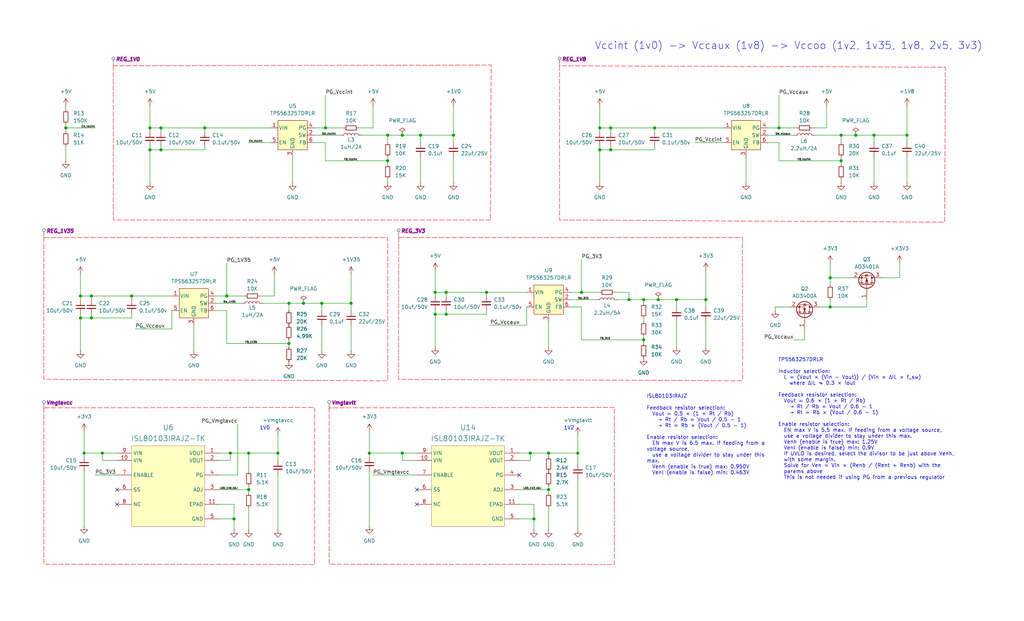
<source format=kicad_sch>
(kicad_sch (version 20250114) (generator "eeschema") (generator_version "9.0")
  (paper "USLegal")
  (title_block (title "Power Regulation"))
  (text "Vccint (1v0) -> Vccaux (1v8) -> Vccoo (1v2, 1v35, 1v8, 2v5, 3v3) " (at 274.828 16.002 0) (effects (font (size 2.54 2.54))))
  (text "1V2" (at 197.612 148.844 0) (effects (font (size 1.27 1.27))))
  (text "1V0" (at 91.948 148.844 0) (effects (font (size 1.27 1.27))))
  (text_box "TPS563257DRLR\n\nInductor selection:\n  L = (Vout × (Vin - Vout)) / (Vin × ΔIL × f_sw)\n    where ΔIL ≈ 0.3 × Iout\n\nFeedback resistor selection:\n  Vout = 0.6 × (1 + Rt / Rb)\n    → Rt / Rb = Vout / 0.6 - 1\n    → Rt = Rb × (Vout / 0.6 - 1)\n\nEnable resistor selection:\n  EN max V is 5.5 max. If feeding from a voltage source, \n  use a voltage divider to stay under this max.\n  Venh (enable is true) max: 1.25V\n  Venl (enable is false) min: 0.9V\n  If UVLO is desired, select the divisor to be just above Venh, \n  with some margin.\n  Solve for Ven = Vin × (Renb / (Rent + Renb) with the \n  params above\n  This is not needed if using PG from a previous regulator" (at 269.24 123.19 0) (size 72.39 40.64) (margins 0.9525 0.9525 0.9525 0.9525) (stroke (width -0.0001)) (effects (font (size 1.27 1.27)) (justify left top)))
  (text_box "ISL80103IRAJZ\n\nFeedback resistor selection:\n  Vout = 0.5 × (1 + Rt / Rb)\n    → Rt / Rb = Vout / 0.5 - 1\n    → Rt = Rb × (Vout / 0.5 - 1)\n\nEnable resistor selection:\n  EN max V is 6.5 max. If feeding from a voltage source, \n  use a voltage divider to stay under this max.\n  Venh (enable is true) max: 0.950V\n  Venl (enable is false) min: 0.463V" (at 223.52 135.89 0) (size 44.45 30.48) (margins 0.9525 0.9525 0.9525 0.9525) (stroke (width -0.0001)) (effects (font (size 1.27 1.27)) (justify left top)))
  (junction (at 31.75 110.49))
  (junction (at 208.28 52.07))
  (junction (at 96.52 157.48))
  (junction (at 292.1 46.99))
  (junction (at 27.94 102.87))
  (junction (at 190.5 170.18))
  (junction (at 157.48 46.99))
  (junction (at 55.88 52.07))
  (junction (at 151.13 109.22))
  (junction (at 288.29 106.68))
  (junction (at 208.28 44.45))
  (junction (at 52.07 52.07))
  (junction (at 113.03 44.45))
  (junction (at 55.88 44.45))
  (junction (at 185.42 180.34))
  (junction (at 139.7 157.48))
  (junction (at 223.52 118.11))
  (junction (at 234.95 104.14))
  (junction (at 31.75 102.87))
  (junction (at 121.92 105.41))
  (junction (at 270.51 44.45))
  (junction (at 22.86 44.45))
  (junction (at 168.91 101.6))
  (junction (at 100.33 119.38))
  (junction (at 151.13 101.6))
  (junction (at 218.44 104.14))
  (junction (at 105.41 105.41))
  (junction (at 228.6 104.14))
  (junction (at 184.15 157.48))
  (junction (at 111.76 105.41))
  (junction (at 245.11 104.14))
  (junction (at 35.56 157.48))
  (junction (at 29.21 157.48))
  (junction (at 227.33 44.45))
  (junction (at 27.94 110.49))
  (junction (at 200.66 157.48))
  (junction (at 81.28 180.34))
  (junction (at 201.93 101.6))
  (junction (at 297.18 46.99))
  (junction (at 100.33 105.41))
  (junction (at 314.96 46.99))
  (junction (at 86.36 170.18))
  (junction (at 45.72 102.87))
  (junction (at 154.94 101.6))
  (junction (at 212.09 44.45))
  (junction (at 303.53 46.99))
  (junction (at 80.01 157.48))
  (junction (at 154.94 109.22))
  (junction (at 86.36 157.48))
  (junction (at 212.09 52.07))
  (junction (at 223.52 104.14))
  (junction (at 292.1 55.88))
  (junction (at 190.5 157.48))
  (junction (at 52.07 44.45))
  (junction (at 146.05 46.99))
  (junction (at 134.62 46.99))
  (junction (at 139.7 46.99))
  (junction (at 71.12 44.45))
  (junction (at 288.29 96.52))
  (junction (at 128.27 157.48))
  (junction (at 134.62 55.88))
  (junction (at 78.74 102.87))
  (no_connect (at 144.78 170.18))
  (no_connect (at 144.78 175.26))
  (no_connect (at 40.64 170.18))
  (no_connect (at 180.34 165.1))
  (no_connect (at 40.64 175.26))
  (wire (pts (xy 314.96 54.61) (xy 314.96 63.5)))
  (wire (pts (xy 146.05 46.99) (xy 146.05 49.53)))
  (wire (pts (xy 67.31 113.03) (xy 67.31 121.92)))
  (wire (pts (xy 22.86 43.18) (xy 22.86 44.45)))
  (wire (pts (xy 151.13 93.98) (xy 151.13 101.6)))
  (wire (pts (xy 113.03 44.45) (xy 119.38 44.45)))
  (wire (pts (xy 157.48 54.61) (xy 157.48 63.5)))
  (wire (pts (xy 157.48 36.83) (xy 157.48 46.99)))
  (wire (pts (xy 212.09 50.8) (xy 212.09 52.07)))
  (wire (pts (xy 201.93 101.6) (xy 208.28 101.6)))
  (wire (pts (xy 190.5 168.91) (xy 190.5 170.18)))
  (wire (pts (xy 134.62 54.61) (xy 134.62 55.88)))
  (wire (pts (xy 76.2 157.48) (xy 80.01 157.48)))
  (wire (pts (xy 55.88 50.8) (xy 55.88 52.07)))
  (wire (pts (xy 31.75 110.49) (xy 45.72 110.49)))
  (wire (pts (xy 201.93 90.17) (xy 201.93 101.6)))
  (wire (pts (xy 198.12 104.14) (xy 207.01 104.14)))
  (wire (pts (xy 288.29 96.52) (xy 295.91 96.52)))
  (wire (pts (xy 91.44 105.41) (xy 100.33 105.41)))
  (wire (pts (xy 74.93 105.41) (xy 83.82 105.41)))
  (wire (pts (xy 287.02 36.83) (xy 287.02 44.45)))
  (wire (pts (xy 218.44 101.6) (xy 218.44 104.14)))
  (wire (pts (xy 303.53 46.99) (xy 303.53 49.53)))
  (wire (pts (xy 223.52 118.11) (xy 223.52 119.38)))
  (wire (pts (xy 40.64 157.48) (xy 35.56 157.48)))
  (wire (pts (xy 105.41 105.41) (xy 111.76 105.41)))
  (wire (pts (xy 134.62 46.99) (xy 134.62 49.53)))
  (wire (pts (xy 82.55 147.32) (xy 82.55 165.1)))
  (wire (pts (xy 86.36 49.53) (xy 93.98 49.53)))
  (wire (pts (xy 71.12 50.8) (xy 71.12 52.07)))
  (wire (pts (xy 52.07 45.72) (xy 52.07 44.45)))
  (wire (pts (xy 139.7 157.48) (xy 139.7 160.02)))
  (wire (pts (xy 22.86 44.45) (xy 33.02 44.45)))
  (wire (pts (xy 212.09 44.45) (xy 212.09 45.72)))
  (wire (pts (xy 227.33 45.72) (xy 227.33 44.45)))
  (wire (pts (xy 78.74 107.95) (xy 78.74 119.38)))
  (wire (pts (xy 80.01 157.48) (xy 86.36 157.48)))
  (wire (pts (xy 184.15 157.48) (xy 184.15 160.02)))
  (wire (pts (xy 134.62 55.88) (xy 134.62 57.15)))
  (wire (pts (xy 279.4 118.11) (xy 275.59 118.11)))
  (wire (pts (xy 139.7 46.99) (xy 146.05 46.99)))
  (wire (pts (xy 76.2 180.34) (xy 81.28 180.34)))
  (wire (pts (xy 128.27 157.48) (xy 139.7 157.48)))
  (wire (pts (xy 78.74 91.44) (xy 78.74 102.87)))
  (wire (pts (xy 90.17 102.87) (xy 95.25 102.87)))
  (wire (pts (xy 81.28 180.34) (xy 81.28 184.15)))
  (wire (pts (xy 201.93 106.68) (xy 201.93 118.11)))
  (wire (pts (xy 76.2 175.26) (xy 81.28 175.26)))
  (wire (pts (xy 100.33 105.41) (xy 105.41 105.41)))
  (wire (pts (xy 228.6 104.14) (xy 234.95 104.14)))
  (wire (pts (xy 312.42 91.44) (xy 312.42 96.52)))
  (wire (pts (xy 29.21 158.75) (xy 29.21 157.48)))
  (wire (pts (xy 201.93 118.11) (xy 223.52 118.11)))
  (wire (pts (xy 180.34 157.48) (xy 184.15 157.48)))
  (wire (pts (xy 185.42 175.26) (xy 185.42 180.34)))
  (wire (pts (xy 128.27 158.75) (xy 128.27 157.48)))
  (wire (pts (xy 151.13 102.87) (xy 151.13 101.6)))
  (wire (pts (xy 128.27 149.86) (xy 128.27 157.48)))
  (wire (pts (xy 157.48 46.99) (xy 146.05 46.99)))
  (wire (pts (xy 80.01 160.02) (xy 76.2 160.02)))
  (wire (pts (xy 121.92 95.25) (xy 121.92 105.41)))
  (wire (pts (xy 223.52 104.14) (xy 228.6 104.14)))
  (wire (pts (xy 29.21 157.48) (xy 35.56 157.48)))
  (wire (pts (xy 134.62 62.23) (xy 134.62 63.5)))
  (wire (pts (xy 168.91 101.6) (xy 182.88 101.6)))
  (wire (pts (xy 283.21 46.99) (xy 292.1 46.99)))
  (wire (pts (xy 86.36 170.18) (xy 86.36 171.45)))
  (wire (pts (xy 269.24 106.68) (xy 269.24 107.95)))
  (wire (pts (xy 29.21 149.86) (xy 29.21 157.48)))
  (wire (pts (xy 22.86 50.8) (xy 22.86 55.88)))
  (wire (pts (xy 180.34 170.18) (xy 190.5 170.18)))
  (wire (pts (xy 35.56 160.02) (xy 40.64 160.02)))
  (wire (pts (xy 80.01 157.48) (xy 80.01 160.02)))
  (wire (pts (xy 288.29 104.14) (xy 288.29 106.68)))
  (wire (pts (xy 234.95 104.14) (xy 234.95 106.68)))
  (wire (pts (xy 59.69 114.3) (xy 46.99 114.3)))
  (wire (pts (xy 284.48 106.68) (xy 288.29 106.68)))
  (wire (pts (xy 223.52 110.49) (xy 223.52 111.76)))
  (wire (pts (xy 59.69 114.3) (xy 59.69 107.95)))
  (wire (pts (xy 78.74 102.87) (xy 85.09 102.87)))
  (wire (pts (xy 113.03 49.53) (xy 109.22 49.53)))
  (wire (pts (xy 288.29 96.52) (xy 288.29 99.06)))
  (wire (pts (xy 266.7 46.99) (xy 275.59 46.99)))
  (wire (pts (xy 182.88 113.03) (xy 182.88 106.68)))
  (wire (pts (xy 154.94 101.6) (xy 154.94 102.87)))
  (wire (pts (xy 297.18 46.99) (xy 303.53 46.99)))
  (wire (pts (xy 113.03 33.02) (xy 113.03 44.45)))
  (wire (pts (xy 121.92 107.95) (xy 121.92 105.41)))
  (wire (pts (xy 31.75 102.87) (xy 31.75 104.14)))
  (wire (pts (xy 86.36 168.91) (xy 86.36 170.18)))
  (wire (pts (xy 227.33 50.8) (xy 227.33 52.07)))
  (wire (pts (xy 113.03 55.88) (xy 113.03 49.53)))
  (wire (pts (xy 208.28 52.07) (xy 212.09 52.07)))
  (wire (pts (xy 146.05 54.61) (xy 146.05 63.5)))
  (wire (pts (xy 144.78 157.48) (xy 139.7 157.48)))
  (wire (pts (xy 292.1 55.88) (xy 292.1 57.15)))
  (wire (pts (xy 52.07 36.83) (xy 52.07 44.45)))
  (wire (pts (xy 190.5 157.48) (xy 200.66 157.48)))
  (wire (pts (xy 314.96 49.53) (xy 314.96 46.99)))
  (wire (pts (xy 52.07 52.07) (xy 55.88 52.07)))
  (wire (pts (xy 190.5 171.45) (xy 190.5 170.18)))
  (wire (pts (xy 184.15 160.02) (xy 180.34 160.02)))
  (wire (pts (xy 151.13 101.6) (xy 154.94 101.6)))
  (wire (pts (xy 40.64 165.1) (xy 33.02 165.1)))
  (wire (pts (xy 180.34 180.34) (xy 185.42 180.34)))
  (wire (pts (xy 154.94 107.95) (xy 154.94 109.22)))
  (wire (pts (xy 111.76 113.03) (xy 111.76 121.92)))
  (wire (pts (xy 86.36 157.48) (xy 96.52 157.48)))
  (wire (pts (xy 190.5 111.76) (xy 190.5 120.65)))
  (wire (pts (xy 292.1 46.99) (xy 292.1 49.53)))
  (wire (pts (xy 234.95 111.76) (xy 234.95 120.65)))
  (wire (pts (xy 245.11 104.14) (xy 234.95 104.14)))
  (wire (pts (xy 22.86 38.1) (xy 22.86 36.83)))
  (wire (pts (xy 218.44 104.14) (xy 223.52 104.14)))
  (wire (pts (xy 100.33 105.41) (xy 100.33 107.95)))
  (wire (pts (xy 190.5 176.53) (xy 190.5 184.15)))
  (wire (pts (xy 270.51 49.53) (xy 266.7 49.53)))
  (wire (pts (xy 27.94 110.49) (xy 27.94 121.92)))
  (wire (pts (xy 55.88 44.45) (xy 55.88 45.72)))
  (wire (pts (xy 45.72 104.14) (xy 45.72 102.87)))
  (wire (pts (xy 208.28 52.07) (xy 208.28 50.8)))
  (wire (pts (xy 182.88 113.03) (xy 170.18 113.03)))
  (wire (pts (xy 31.75 109.22) (xy 31.75 110.49)))
  (wire (pts (xy 76.2 170.18) (xy 86.36 170.18)))
  (wire (pts (xy 55.88 44.45) (xy 71.12 44.45)))
  (wire (pts (xy 100.33 119.38) (xy 100.33 120.65)))
  (wire (pts (xy 266.7 44.45) (xy 270.51 44.45)))
  (wire (pts (xy 270.51 55.88) (xy 292.1 55.88)))
  (wire (pts (xy 190.5 157.48) (xy 190.5 158.75)))
  (wire (pts (xy 121.92 113.03) (xy 121.92 121.92)))
  (wire (pts (xy 134.62 46.99) (xy 139.7 46.99)))
  (wire (pts (xy 200.66 166.37) (xy 200.66 184.15)))
  (wire (pts (xy 214.63 104.14) (xy 218.44 104.14)))
  (wire (pts (xy 55.88 52.07) (xy 71.12 52.07)))
  (wire (pts (xy 27.94 95.25) (xy 27.94 102.87)))
  (wire (pts (xy 185.42 180.34) (xy 185.42 184.15)))
  (wire (pts (xy 292.1 54.61) (xy 292.1 55.88)))
  (wire (pts (xy 109.22 46.99) (xy 118.11 46.99)))
  (wire (pts (xy 151.13 109.22) (xy 151.13 120.65)))
  (wire (pts (xy 154.94 109.22) (xy 168.91 109.22)))
  (wire (pts (xy 168.91 102.87) (xy 168.91 101.6)))
  (wire (pts (xy 31.75 102.87) (xy 45.72 102.87)))
  (wire (pts (xy 71.12 45.72) (xy 71.12 44.45)))
  (wire (pts (xy 96.52 157.48) (xy 96.52 160.02)))
  (wire (pts (xy 113.03 55.88) (xy 134.62 55.88)))
  (wire (pts (xy 139.7 160.02) (xy 144.78 160.02)))
  (wire (pts (xy 27.94 110.49) (xy 27.94 109.22)))
  (wire (pts (xy 227.33 44.45) (xy 251.46 44.45)))
  (wire (pts (xy 144.78 165.1) (xy 129.54 165.1)))
  (wire (pts (xy 245.11 106.68) (xy 245.11 104.14)))
  (wire (pts (xy 52.07 44.45) (xy 55.88 44.45)))
  (wire (pts (xy 212.09 44.45) (xy 227.33 44.45)))
  (wire (pts (xy 76.2 165.1) (xy 82.55 165.1)))
  (wire (pts (xy 212.09 52.07) (xy 227.33 52.07)))
  (wire (pts (xy 314.96 46.99) (xy 303.53 46.99)))
  (wire (pts (xy 208.28 45.72) (xy 208.28 44.45)))
  (wire (pts (xy 128.27 163.83) (xy 128.27 182.88)))
  (wire (pts (xy 27.94 110.49) (xy 31.75 110.49)))
  (wire (pts (xy 270.51 44.45) (xy 276.86 44.45)))
  (wire (pts (xy 306.07 96.52) (xy 312.42 96.52)))
  (wire (pts (xy 96.52 151.13) (xy 96.52 157.48)))
  (wire (pts (xy 86.36 157.48) (xy 86.36 163.83)))
  (wire (pts (xy 157.48 49.53) (xy 157.48 46.99)))
  (wire (pts (xy 121.92 105.41) (xy 111.76 105.41)))
  (wire (pts (xy 71.12 44.45) (xy 93.98 44.45)))
  (wire (pts (xy 300.99 106.68) (xy 300.99 104.14)))
  (wire (pts (xy 279.4 114.3) (xy 279.4 118.11)))
  (wire (pts (xy 86.36 176.53) (xy 86.36 184.15)))
  (wire (pts (xy 96.52 165.1) (xy 96.52 184.15)))
  (wire (pts (xy 200.66 151.13) (xy 200.66 157.48)))
  (wire (pts (xy 29.21 163.83) (xy 29.21 182.88)))
  (wire (pts (xy 213.36 101.6) (xy 218.44 101.6)))
  (wire (pts (xy 245.11 111.76) (xy 245.11 120.65)))
  (wire (pts (xy 129.54 36.83) (xy 129.54 44.45)))
  (wire (pts (xy 52.07 52.07) (xy 52.07 50.8)))
  (wire (pts (xy 45.72 102.87) (xy 59.69 102.87)))
  (wire (pts (xy 184.15 157.48) (xy 190.5 157.48)))
  (wire (pts (xy 45.72 109.22) (xy 45.72 110.49)))
  (wire (pts (xy 288.29 106.68) (xy 300.99 106.68)))
  (wire (pts (xy 259.08 54.61) (xy 259.08 63.5)))
  (wire (pts (xy 78.74 119.38) (xy 100.33 119.38)))
  (wire (pts (xy 151.13 109.22) (xy 151.13 107.95)))
  (wire (pts (xy 125.73 46.99) (xy 134.62 46.99)))
  (wire (pts (xy 208.28 52.07) (xy 208.28 63.5)))
  (wire (pts (xy 180.34 175.26) (xy 185.42 175.26)))
  (wire (pts (xy 78.74 107.95) (xy 74.93 107.95)))
  (wire (pts (xy 151.13 109.22) (xy 154.94 109.22)))
  (wire (pts (xy 95.25 95.25) (xy 95.25 102.87)))
  (wire (pts (xy 270.51 49.53) (xy 270.51 55.88)))
  (wire (pts (xy 52.07 52.07) (xy 52.07 63.5)))
  (wire (pts (xy 208.28 36.83) (xy 208.28 44.45)))
  (wire (pts (xy 208.28 44.45) (xy 212.09 44.45)))
  (wire (pts (xy 223.52 104.14) (xy 223.52 105.41)))
  (wire (pts (xy 74.93 102.87) (xy 78.74 102.87)))
  (wire (pts (xy 198.12 101.6) (xy 201.93 101.6)))
  (wire (pts (xy 35.56 157.48) (xy 35.56 160.02)))
  (wire (pts (xy 81.28 175.26) (xy 81.28 180.34)))
  (wire (pts (xy 251.46 49.53) (xy 241.3 49.53)))
  (wire (pts (xy 245.11 93.98) (xy 245.11 104.14)))
  (wire (pts (xy 109.22 44.45) (xy 113.03 44.45)))
  (wire (pts (xy 101.6 54.61) (xy 101.6 63.5)))
  (wire (pts (xy 292.1 46.99) (xy 297.18 46.99)))
  (wire (pts (xy 154.94 101.6) (xy 168.91 101.6)))
  (wire (pts (xy 27.94 102.87) (xy 31.75 102.87)))
  (wire (pts (xy 292.1 62.23) (xy 292.1 63.5)))
  (wire (pts (xy 314.96 36.83) (xy 314.96 46.99)))
  (wire (pts (xy 288.29 91.44) (xy 288.29 96.52)))
  (wire (pts (xy 200.66 157.48) (xy 200.66 161.29)))
  (wire (pts (xy 124.46 44.45) (xy 129.54 44.45)))
  (wire (pts (xy 281.94 44.45) (xy 287.02 44.45)))
  (wire (pts (xy 168.91 107.95) (xy 168.91 109.22)))
  (wire (pts (xy 274.32 106.68) (xy 269.24 106.68)))
  (wire (pts (xy 201.93 106.68) (xy 198.12 106.68)))
  (wire (pts (xy 22.86 45.72) (xy 22.86 44.45)))
  (wire (pts (xy 111.76 105.41) (xy 111.76 107.95)))
  (wire (pts (xy 27.94 104.14) (xy 27.94 102.87)))
  (wire (pts (xy 303.53 54.61) (xy 303.53 63.5)))
  (wire (pts (xy 100.33 118.11) (xy 100.33 119.38)))
  (wire (pts (xy 270.51 33.02) (xy 270.51 44.45)))
  (wire (pts (xy 223.52 116.84) (xy 223.52 118.11)))
  (label "PG_Vccint" (at 113.03 33.02 0))
  (label "PG_Vccaux" (at 270.51 33.02 0))
  (label "SW_3V3" (at 200.66 104.14 0) (effects (font (size 0.635 0.635))))
  (label "PG_1V35" (at 78.74 91.44 0))
  (label "PG_Vmgtavcc" (at 129.54 165.1 0))
  (label "PG_3V3" (at 201.93 90.17 0))
  (label "EN_Vccint" (at 86.36 49.53 0) (effects (font (size 0.635 0.635))))
  (label "SW_1V35" (at 77.47 105.41 0) (effects (font (size 0.635 0.635))))
  (label "PG_3V3" (at 33.02 165.1 0))
  (label "FB_Vccint" (at 276.86 55.88 0) (effects (font (size 0.635 0.635))))
  (label "LDO_1V2_ADJ" (at 181.61 170.18 0) (effects (font (size 0.635 0.635))))
  (label "PG_Vmgtavcc" (at 82.55 147.32 180))
  (label "FB_Vccint" (at 119.38 55.88 0) (effects (font (size 0.635 0.635))))
  (label "LDO_1V0_ADJ" (at 76.2 170.18 0) (effects (font (size 0.635 0.635))))
  (label "FB_1V35" (at 85.09 119.38 0) (effects (font (size 0.635 0.635))))
  (label "SW_Vccaux" (at 269.24 46.99 0) (effects (font (size 0.635 0.635))))
  (label "SW_Vccint" (at 111.76 46.99 0) (effects (font (size 0.635 0.635))))
  (label "FB_3V3" (at 208.28 118.11 0) (effects (font (size 0.635 0.635))))
  (label "EN_Vccint" (at 33.02 44.45 180) (effects (font (size 0.635 0.635))))
  (label "PG_Vccint" (at 241.3 49.53 0))
  (label "PG_Vccaux" (at 46.99 114.3 0))
  (label "PG_Vccaux" (at 275.59 118.11 180))
  (label "PG_Vccaux" (at 170.18 113.03 0))
  (rule_area (polyline (pts (xy 114.3 141.732) (xy 114.3 196.088) (xy 213.36 196.215) (xy 213.36 141.605)) (stroke (width 0) (type dash))))
  (rule_area (polyline (pts (xy 194.31 22.86) (xy 194.31 76.454) (xy 328.041 77.216) (xy 328.295 23.368)) (stroke (width 0) (type dash))))
  (rule_area (polyline (pts (xy 15.24 141.732) (xy 15.24 196.088) (xy 109.22 196.215) (xy 109.22 141.605)) (stroke (width 0) (type dash))))
  (rule_area (polyline (pts (xy 138.43 82.55) (xy 138.3665 131.826) (xy 257.8735 132.334) (xy 257.81 82.55)) (stroke (width 0) (type dash))))
  (rule_area (polyline (pts (xy 39.37 22.86) (xy 39.37 76.454) (xy 170.307 76.454) (xy 170.561 22.606)) (stroke (width 0) (type dash))))
  (rule_area (polyline (pts (xy 15.24 82.55) (xy 15.1765 131.826) (xy 134.6835 132.334) (xy 134.62 82.55)) (stroke (width 0) (type dash))))
  (netclass_flag "" (length 2.54) (shape round) (at 15.24 82.55 0) (property "Netclass" "Default" (effects (hide yes))) (property "Component Class" "REG_1V35" (at 16.002 80.264 0) (effects (font (thickness 0.508) (bold yes) (italic yes)) (justify left))))
  (netclass_flag "" (length 2.54) (shape round) (at 114.3 142.24 0) (property "Netclass" "Default" (effects (hide yes))) (property "Component Class" "Vmgtavtt" (at 115.062 139.954 0) (effects (font (thickness 0.508) (bold yes) (italic yes)) (justify left))))
  (netclass_flag "" (length 2.54) (shape round) (at 138.43 82.55 0) (property "Netclass" "Default" (effects (hide yes))) (property "Component Class" "REG_3V3" (at 139.192 80.264 0) (effects (font (thickness 0.508) (bold yes) (italic yes)) (justify left))))
  (netclass_flag "" (length 2.54) (shape round) (at 194.31 22.86 0) (property "Netclass" "Default" (effects (hide yes))) (property "Component Class" "REG_1V8" (at 195.072 20.574 0) (effects (font (thickness 0.508) (bold yes) (italic yes)) (justify left))))
  (netclass_flag "" (length 2.54) (shape round) (at 39.37 22.86 0) (property "Netclass" "Default" (effects (hide yes))) (property "Component Class" "REG_1V0" (at 40.132 20.574 0) (effects (font (thickness 0.508) (bold yes) (italic yes)) (justify left))))
  (netclass_flag "" (length 2.54) (shape round) (at 15.24 142.24 0) (property "Netclass" "Default" (effects (hide yes))) (property "Component Class" "Vmgtavcc" (at 16.002 139.954 0) (effects (font (thickness 0.508) (bold yes) (italic yes)) (justify left))))
  (symbol (lib_id "power:GND") (at 303.53 63.5 0) (unit 1)
    (property "Reference" "#PWR054" (effects (hide yes)))
    (property "Value" "GND" (at 303.53 68.58 0))
    (property "Description" "Power symbol creates a global label with name \"GND\" , ground" (effects (hide yes)))
  )
  (symbol (lib_id "power:GND") (at 208.28 63.5 0) (unit 1)
    (property "Reference" "#PWR041" (effects (hide yes)))
    (property "Value" "GND" (at 208.28 68.58 0))
    (property "Description" "Power symbol creates a global label with name \"GND\" , ground" (effects (hide yes)))
  )
  (symbol (lib_id "!Misc:R_2.4K_0603") (at 190.5 161.29 0) (unit 1)
    (property "Reference" "R12" (at 193.04 160.0199 0) (effects (justify left)))
    (property "Value" "2.4K" (at 193.04 162.5599 0) (effects (justify left)))
    (property "Footprint" "Resistor_SMD:R_0603_1608Metric" (effects (hide yes)))
    (property "Description" "2.4K 0603 Resistor" (effects (hide yes)))
    (property "LCSC Part #" "C22940" (effects (hide yes)))
    (property "Digi-Key Part Number" "CR0603-FX-2401ELFCT-ND" (effects (hide yes)))
  )
  (symbol (lib_id "power:+1V0") (at 245.11 93.98 0) (unit 1)
    (property "Reference" "#PWR056" (effects (hide yes)))
    (property "Value" "+3V3" (at 245.11 88.9 0))
    (property "Description" "Power symbol creates a global label with name \"+1V0\"" (effects (hide yes)))
  )
  (symbol (lib_id "power:GND") (at 190.5 184.15 0) (unit 1)
    (property "Reference" "#PWR084" (effects (hide yes)))
    (property "Value" "GND" (at 190.5 189.23 0))
    (property "Description" "Power symbol creates a global label with name \"GND\" , ground" (effects (hide yes)))
  )
  (symbol (lib_id "!Misc:C_10uf_0805") (at 200.66 163.83 0) (unit 1)
    (property "Reference" "C17" (at 203.2 162.5662 0) (effects (justify left)))
    (property "Value" "10uf/50V" (at 203.2 165.1062 0) (effects (justify left)))
    (property "Footprint" "Capacitor_SMD:C_0805_2012Metric" (effects (hide yes)))
    (property "Description" "Unpolarized capacitor 10uf 0805 50V" (effects (hide yes)))
    (property "LCSC Part #" "C440198" (effects (hide yes)))
    (property "Digi-Key Part Number" "490-18663-1-ND" (effects (hide yes)))
  )
  (symbol (lib_id "power:GND") (at 292.1 63.5 0) (unit 1)
    (property "Reference" "#PWR052" (effects (hide yes)))
    (property "Value" "GND" (at 292.1 68.58 0))
    (property "Description" "Power symbol creates a global label with name \"GND\" , ground" (effects (hide yes)))
  )
  (symbol (lib_id "!Misc:C_10uf_0805") (at 31.75 106.68 0) (unit 1)
    (property "Reference" "C22" (at 34.29 105.4162 0) (effects (justify left)))
    (property "Value" "10uf/50V" (at 34.29 107.9562 0) (effects (justify left)))
    (property "Footprint" "Capacitor_SMD:C_0805_2012Metric" (effects (hide yes)))
    (property "Description" "Unpolarized capacitor 10uf 0805 50V" (effects (hide yes)))
    (property "LCSC Part #" "C440198" (effects (hide yes)))
    (property "Digi-Key Part Number" "490-18663-1-ND" (effects (hide yes)))
  )
  (symbol (lib_id "!Misc:R_10K_0603") (at 134.62 52.07 0) (unit 1)
    (property "Reference" "R19" (at 137.16 50.7999 0) (effects (justify left)))
    (property "Value" "10K" (at 137.16 53.3399 0) (effects (justify left)))
    (property "Footprint" "Resistor_SMD:R_0603_1608Metric" (effects (hide yes)))
    (property "Description" "10K 0603 Resistor" (effects (hide yes)))
    (property "LCSC Part #" "C25804" (effects (hide yes)))
    (property "Digi-Key Part Number" "CR0603-FX-1002ELFCT-ND" (effects (hide yes)))
  )
  (symbol (lib_id "power:+5V") (at 151.13 93.98 0) (unit 1)
    (property "Reference" "#PWR043" (effects (hide yes)))
    (property "Value" "+5V" (at 151.13 88.9 0))
    (property "Description" "Power symbol creates a global label with name \"+5V\"" (effects (hide yes)))
  )
  (symbol (lib_id "!Misc:AO3401A") (at 300.99 99.06 270) (mirror x) (unit 1)
    (property "Reference" "Q3" (at 300.99 90.17 90))
    (property "Value" "AO3401A" (at 300.99 92.71 90))
    (property "Footprint" "Package_TO_SOT_SMD:SOT-23" (effects (hide yes)))
    (property "Datasheet" "http://www.aosmd.com/pdfs/datasheet/AO3401A.pdf" (effects (hide yes)))
    (property "Description" "-4.0A Id, -30V Vds, P-Channel MOSFET, SOT-23" (effects (hide yes)))
    (property "LCSC Part #" "C15127" (effects (hide yes)))
    (property "Digi-Key Part Number" "785-1001-1-ND" (effects (hide yes)))
  )
  (symbol (lib_id "!Misc:R_20K_0603") (at 100.33 123.19 0) (unit 1)
    (property "Reference" "R27" (at 102.87 121.9199 0) (effects (justify left)))
    (property "Value" "20K" (at 102.87 124.4599 0) (effects (justify left)))
    (property "Footprint" "Resistor_SMD:R_0603_1608Metric" (effects (hide yes)))
    (property "Description" "20K 0603 Resistor" (effects (hide yes)))
    (property "LCSC Part #" "C4184" (effects (hide yes)))
    (property "Digi-Key Part Number" "CR0603-FX-2002ELFCT-ND" (effects (hide yes)))
  )
  (symbol (lib_id "!Misc:L_2.2uh_3A") (at 279.4 46.99 90) (unit 1)
    (property "Reference" "L6" (at 279.146 49.022 90))
    (property "Value" "2.2uH/2A" (at 279.146 51.562 90))
    (property "Footprint" "Inductor_SMD:L_1008_2520Metric" (effects (hide yes)))
    (property "Description" "Inductor 2.2nH >3A" (effects (hide yes)))
    (property "LCSC Part #" "C576403" (effects (hide yes)))
    (property "Digi-Key Part Number" "490-13055-1-ND" (effects (hide yes)))
  )
  (symbol (lib_id "!Misc:C_10uf_0805") (at 55.88 48.26 0) (unit 1)
    (property "Reference" "C12" (at 58.42 46.9962 0) (effects (justify left)))
    (property "Value" "10uf/50V" (at 58.42 49.5362 0) (effects (justify left)))
    (property "Footprint" "Capacitor_SMD:C_0805_2012Metric" (effects (hide yes)))
    (property "Description" "Unpolarized capacitor 10uf 0805 50V" (effects (hide yes)))
    (property "LCSC Part #" "C440198" (effects (hide yes)))
    (property "Digi-Key Part Number" "490-18663-1-ND" (effects (hide yes)))
  )
  (symbol (lib_id "power:+1V0") (at 95.25 95.25 0) (unit 1)
    (property "Reference" "#PWR074" (effects (hide yes)))
    (property "Value" "+5V" (at 95.25 90.17 0))
    (property "Description" "Power symbol creates a global label with name \"+1V0\"" (effects (hide yes)))
  )
  (symbol (lib_id "power:GND") (at 96.52 184.15 0) (unit 1)
    (property "Reference" "#PWR075" (effects (hide yes)))
    (property "Value" "GND" (at 96.52 189.23 0))
    (property "Description" "Power symbol creates a global label with name \"GND\" , ground" (effects (hide yes)))
  )
  (symbol (lib_id "!Misc:R_10K_0603") (at 292.1 59.69 0) (unit 1)
    (property "Reference" "R31" (at 294.64 58.4199 0) (effects (justify left)))
    (property "Value" "10K" (at 294.64 60.9599 0) (effects (justify left)))
    (property "Footprint" "Resistor_SMD:R_0603_1608Metric" (effects (hide yes)))
    (property "Description" "10K 0603 Resistor" (effects (hide yes)))
    (property "LCSC Part #" "C25804" (effects (hide yes)))
    (property "Digi-Key Part Number" "CR0603-FX-1002ELFCT-ND" (effects (hide yes)))
  )
  (symbol (lib_id "!Misc:R_10K_0603") (at 223.52 121.92 0) (unit 1)
    (property "Reference" "R34" (at 226.06 120.6499 0) (effects (justify left)))
    (property "Value" "10K" (at 226.06 123.1899 0) (effects (justify left)))
    (property "Footprint" "Resistor_SMD:R_0603_1608Metric" (effects (hide yes)))
    (property "Description" "10K 0603 Resistor" (effects (hide yes)))
    (property "LCSC Part #" "C25804" (effects (hide yes)))
    (property "Digi-Key Part Number" "CR0603-FX-1002ELFCT-ND" (effects (hide yes)))
  )
  (symbol (lib_id "power:+1V0") (at 129.54 36.83 0) (unit 1)
    (property "Reference" "#PWR067" (effects (hide yes)))
    (property "Value" "+5V" (at 129.54 31.75 0))
    (property "Description" "Power symbol creates a global label with name \"+1V0\"" (effects (hide yes)))
  )
  (symbol (lib_id "!Misc:R_4.99K_0603") (at 100.33 115.57 0) (unit 1)
    (property "Reference" "R26" (at 102.87 114.2999 0) (effects (justify left)))
    (property "Value" "4.99K" (at 102.87 116.8399 0) (effects (justify left)))
    (property "Footprint" "Resistor_SMD:R_0603_1608Metric" (effects (hide yes)))
    (property "Description" "4.99K 0603 Resistor" (effects (hide yes)))
    (property "LCSC Part #" "C23046" (effects (hide yes)))
    (property "Digi-Key Part Number" "CR0603-FX-4991ELFCT-ND" (effects (hide yes)))
  )
  (symbol (lib_id "power:GND") (at 121.92 121.92 0) (unit 1)
    (property "Reference" "#PWR047" (effects (hide yes)))
    (property "Value" "GND" (at 121.92 127 0))
    (property "Description" "Power symbol creates a global label with name \"GND\" , ground" (effects (hide yes)))
  )
  (symbol (lib_id "power:GND") (at 67.31 121.92 0) (unit 1)
    (property "Reference" "#PWR039" (effects (hide yes)))
    (property "Value" "GND" (at 67.31 127 0))
    (property "Description" "Power symbol creates a global label with name \"GND\" , ground" (effects (hide yes)))
  )
  (symbol (lib_id "power:PWR_FLAG") (at 228.6 104.14 0) (unit 1)
    (property "Reference" "#FLG010" (effects (hide yes)))
    (property "Value" "PWR_FLAG" (at 228.6 99.06 0))
    (property "Description" "Special symbol for telling ERC where power comes from" (effects (hide yes)))
  )
  (symbol (lib_id "power:GND") (at 86.36 184.15 0) (unit 1)
    (property "Reference" "#PWR077" (effects (hide yes)))
    (property "Value" "GND" (at 86.36 189.23 0))
    (property "Description" "Power symbol creates a global label with name \"GND\" , ground" (effects (hide yes)))
  )
  (symbol (lib_id "!Misc:C_0.1uf_0603") (at 71.12 48.26 0) (unit 1)
    (property "Reference" "C14" (at 73.66 46.9962 0) (effects (justify left)))
    (property "Value" "0.1uf/50v" (at 73.66 49.5362 0) (effects (justify left)))
    (property "Footprint" "Capacitor_SMD:C_0603_1608Metric" (effects (hide yes)))
    (property "Description" "Unpolarized capacitor 0.1uf 0603 50v" (effects (hide yes)))
    (property "LCSC Part #" "C14663" (effects (hide yes)))
    (property "Digi-Key Part Number" "490-5798-1-ND" (effects (hide yes)))
  )
  (symbol (lib_id "!Misc:R_15K_0603") (at 134.62 59.69 0) (unit 1)
    (property "Reference" "R20" (at 137.16 58.4199 0) (effects (justify left)))
    (property "Value" "15K" (at 137.16 60.9599 0) (effects (justify left)))
    (property "Footprint" "Resistor_SMD:R_0603_1608Metric" (effects (hide yes)))
    (property "Description" "15K 0603 Resistor" (effects (hide yes)))
    (property "LCSC Part #" "C22809" (effects (hide yes)))
    (property "Digi-Key Part Number" "RES SMD 15K OHM 1% 1/10W 0603" (effects (hide yes)))
  )
  (symbol (lib_id "power:GND") (at 314.96 63.5 0) (unit 1)
    (property "Reference" "#PWR059" (effects (hide yes)))
    (property "Value" "GND" (at 314.96 68.58 0))
    (property "Description" "Power symbol creates a global label with name \"GND\" , ground" (effects (hide yes)))
  )
  (symbol (lib_id "power:GND") (at 81.28 184.15 0) (unit 1)
    (property "Reference" "#PWR078" (effects (hide yes)))
    (property "Value" "GND" (at 81.28 189.23 0))
    (property "Description" "Power symbol creates a global label with name \"GND\" , ground" (effects (hide yes)))
  )
  (symbol (lib_id "power:GND") (at 52.07 63.5 0) (unit 1)
    (property "Reference" "#PWR018" (effects (hide yes)))
    (property "Value" "GND" (at 52.07 68.58 0))
    (property "Description" "Power symbol creates a global label with name \"GND\" , ground" (effects (hide yes)))
  )
  (symbol (lib_id "power:GND") (at 146.05 63.5 0) (unit 1)
    (property "Reference" "#PWR031" (effects (hide yes)))
    (property "Value" "GND" (at 146.05 68.58 0))
    (property "Description" "Power symbol creates a global label with name \"GND\" , ground" (effects (hide yes)))
  )
  (symbol (lib_id "!Misc:C_0.1uf_0402") (at 146.05 52.07 0) (unit 1)
    (property "Reference" "C19" (at 148.59 50.8062 0) (effects (justify left)))
    (property "Value" "0.1uf" (at 148.59 53.3462 0) (effects (justify left)))
    (property "Footprint" "Capacitor_SMD:C_0402_1005Metric" (effects (hide yes)))
    (property "Description" "Unpolarized capacitor 0.1uf 0402" (effects (hide yes)))
    (property "LCSC Part #" "C1525" (effects (hide yes)))
    (property "Digi-Key Part Number" "490-6328-1-ND" (effects (hide yes)))
  )
  (symbol (lib_id "power:+1V0") (at 312.42 91.44 0) (unit 1)
    (property "Reference" "#PWR066" (effects (hide yes)))
    (property "Value" "+X3V3" (at 312.42 86.36 0))
    (property "Description" "Power symbol creates a global label with name \"+1V0\"" (effects (hide yes)))
  )
  (symbol (lib_id "power:GND") (at 185.42 184.15 0) (unit 1)
    (property "Reference" "#PWR083" (effects (hide yes)))
    (property "Value" "GND" (at 185.42 189.23 0))
    (property "Description" "Power symbol creates a global label with name \"GND\" , ground" (effects (hide yes)))
  )
  (symbol (lib_id "power:+5V") (at 22.86 36.83 0) (unit 1)
    (property "Reference" "#PWR065" (effects (hide yes)))
    (property "Value" "+5V" (at 22.86 31.75 0))
    (property "Description" "Power symbol creates a global label with name \"+5V\"" (effects (hide yes)))
  )
  (symbol (lib_id "!Misc:R_10K_0603") (at 210.82 101.6 90) (unit 1)
    (property "Reference" "R29" (at 210.82 96.52 90))
    (property "Value" "10K" (at 210.82 99.06 90))
    (property "Footprint" "Resistor_SMD:R_0603_1608Metric" (effects (hide yes)))
    (property "Description" "10K 0603 Resistor" (effects (hide yes)))
    (property "LCSC Part #" "C25804" (effects (hide yes)))
    (property "Digi-Key Part Number" "CR0603-FX-1002ELFCT-ND" (effects (hide yes)))
  )
  (symbol (lib_id "power:GND") (at 269.24 107.95 0) (unit 1)
    (property "Reference" "#PWR063" (effects (hide yes)))
    (property "Value" "GND" (at 269.24 113.03 0))
    (property "Description" "Power symbol creates a global label with name \"GND\" , ground" (effects (hide yes)))
  )
  (symbol (lib_id "power:GND") (at 234.95 120.65 0) (unit 1)
    (property "Reference" "#PWR055" (effects (hide yes)))
    (property "Value" "GND" (at 234.95 125.73 0))
    (property "Description" "Power symbol creates a global label with name \"GND\" , ground" (effects (hide yes)))
  )
  (symbol (lib_id "!Misc:TPS563257DRLR") (at 242.57 44.45 0) (unit 1)
    (property "Reference" "U8" (at 259.08 36.83 0))
    (property "Value" "TPS563257DRLR" (at 259.08 39.37 0))
    (property "Footprint" "!Misc:SOT6_DRL_TEX" (effects (hide yes)))
    (property "Datasheet" "https://www.ti.com/lit/ds/symlink/tps563252.pdf" (effects (hide yes)))
    (property "LCSC Part #" "C20539656" (effects (hide yes)))
    (property "JLCPCB Rotation Offset" "-90" (effects (hide yes)))
    (property "Digi-Key Part Number" "296-TPS563257DRLRCT-ND" (effects (hide yes)))
  )
  (symbol (lib_id "power:GND") (at 151.13 120.65 0) (unit 1)
    (property "Reference" "#PWR044" (effects (hide yes)))
    (property "Value" "GND" (at 151.13 125.73 0))
    (property "Description" "Power symbol creates a global label with name \"GND\" , ground" (effects (hide yes)))
  )
  (symbol (lib_id "!Misc:R_150K_0603") (at 22.86 40.64 0) (unit 1)
    (property "Reference" "R13" (at 25.4 39.3699 0) (effects (justify left)))
    (property "Value" "150K" (at 25.4 41.9099 0) (effects (justify left)))
    (property "Footprint" "Resistor_SMD:R_0603_1608Metric" (effects (hide yes)))
    (property "Description" "150K 0603 Resistor" (effects (hide yes)))
    (property "LCSC Part #" "C22808" (effects (hide yes)))
    (property "Digi-Key Part Number" "118-CR0603-FX-1503ELFCT-ND" (effects (hide yes)))
  )
  (symbol (lib_id "!Misc:R_5.1K_0603") (at 86.36 173.99 0) (unit 1)
    (property "Reference" "R18" (at 88.9 172.7199 0) (effects (justify left)))
    (property "Value" "5.1K" (at 88.9 175.2599 0) (effects (justify left)))
    (property "Footprint" "Resistor_SMD:R_0603_1608Metric" (effects (hide yes)))
    (property "Description" "5.1K 0603 Resistor" (effects (hide yes)))
    (property "LCSC Part #" "C23186" (effects (hide yes)))
    (property "Digi-Key Part Number" "CR0603-FX-5101ELFCT-ND" (effects (hide yes)))
  )
  (symbol (lib_id "power:+1V0") (at 200.66 151.13 0) (unit 1)
    (property "Reference" "#PWR085" (effects (hide yes)))
    (property "Value" "+Vmgtavtt" (at 200.66 146.05 0))
    (property "Description" "Power symbol creates a global label with name \"+1V0\"" (effects (hide yes)))
  )
  (symbol (lib_id "!Misc:R_5.1K_0603") (at 86.36 166.37 0) (unit 1)
    (property "Reference" "R11" (at 88.9 165.0999 0) (effects (justify left)))
    (property "Value" "5.1K" (at 88.9 167.6399 0) (effects (justify left)))
    (property "Footprint" "Resistor_SMD:R_0603_1608Metric" (effects (hide yes)))
    (property "Description" "5.1K 0603 Resistor" (effects (hide yes)))
    (property "LCSC Part #" "C23186" (effects (hide yes)))
    (property "Digi-Key Part Number" "CR0603-FX-5101ELFCT-ND" (effects (hide yes)))
  )
  (symbol (lib_id "!Misc:C_22uf_0805") (at 245.11 109.22 0) (unit 1)
    (property "Reference" "C39" (at 247.65 107.9562 0) (effects (justify left)))
    (property "Value" "22uf/25V" (at 247.65 110.4962 0) (effects (justify left)))
    (property "Footprint" "Capacitor_SMD:C_0805_2012Metric" (effects (hide yes)))
    (property "Description" "Unpolarized capacitor 22uf 0805 25V" (effects (hide yes)))
    (property "LCSC Part #" "C45783" (effects (hide yes)))
    (property "Digi-Key Part Number" "490-14661-1-ND" (effects (hide yes)))
  )
  (symbol (lib_id "!Misc:C_10uf_0805") (at 96.52 162.56 0) (unit 1)
    (property "Reference" "C13" (at 99.06 161.2962 0) (effects (justify left)))
    (property "Value" "10uf/50V" (at 99.06 163.8362 0) (effects (justify left)))
    (property "Footprint" "Capacitor_SMD:C_0805_2012Metric" (effects (hide yes)))
    (property "Description" "Unpolarized capacitor 10uf 0805 50V" (effects (hide yes)))
    (property "LCSC Part #" "C440198" (effects (hide yes)))
    (property "Digi-Key Part Number" "490-18663-1-ND" (effects (hide yes)))
  )
  (symbol (lib_id "power:+1V0") (at 157.48 36.83 0) (unit 1)
    (property "Reference" "#PWR051" (effects (hide yes)))
    (property "Value" "+1V0" (at 157.48 31.75 0))
    (property "Description" "Power symbol creates a global label with name \"+1V0\"" (effects (hide yes)))
  )
  (symbol (lib_id "power:GND") (at 223.52 124.46 0) (unit 1)
    (property "Reference" "#PWR053" (effects (hide yes)))
    (property "Value" "GND" (at 223.52 129.54 0))
    (property "Description" "Power symbol creates a global label with name \"GND\" , ground" (effects (hide yes)))
  )
  (symbol (lib_id "power:+5V") (at 52.07 36.83 0) (unit 1)
    (property "Reference" "#PWR017" (effects (hide yes)))
    (property "Value" "+5V" (at 52.07 31.75 0))
    (property "Description" "Power symbol creates a global label with name \"+5V\"" (effects (hide yes)))
  )
  (symbol (lib_id "!Misc:R_5.1K_0603") (at 190.5 173.99 0) (unit 1)
    (property "Reference" "R23" (at 193.04 172.7199 0) (effects (justify left)))
    (property "Value" "5.1K" (at 193.04 175.2599 0) (effects (justify left)))
    (property "Footprint" "Resistor_SMD:R_0603_1608Metric" (effects (hide yes)))
    (property "Description" "5.1K 0603 Resistor" (effects (hide yes)))
    (property "LCSC Part #" "C23186" (effects (hide yes)))
    (property "Digi-Key Part Number" "CR0603-FX-5101ELFCT-ND" (effects (hide yes)))
  )
  (symbol (lib_id "power:+1V0") (at 314.96 36.83 0) (unit 1)
    (property "Reference" "#PWR058" (effects (hide yes)))
    (property "Value" "+1V8" (at 314.96 31.75 0))
    (property "Description" "Power symbol creates a global label with name \"+1V0\"" (effects (hide yes)))
  )
  (symbol (lib_id "!Misc:C_0.1uf_0402") (at 303.53 52.07 0) (unit 1)
    (property "Reference" "C37" (at 306.07 50.8062 0) (effects (justify left)))
    (property "Value" "0.1uf" (at 306.07 53.3462 0) (effects (justify left)))
    (property "Footprint" "Capacitor_SMD:C_0402_1005Metric" (effects (hide yes)))
    (property "Description" "Unpolarized capacitor 0.1uf 0402" (effects (hide yes)))
    (property "LCSC Part #" "C1525" (effects (hide yes)))
    (property "Digi-Key Part Number" "490-6328-1-ND" (effects (hide yes)))
  )
  (symbol (lib_id "power:+5V") (at 27.94 95.25 0) (unit 1)
    (property "Reference" "#PWR033" (effects (hide yes)))
    (property "Value" "+5V" (at 27.94 90.17 0))
    (property "Description" "Power symbol creates a global label with name \"+5V\"" (effects (hide yes)))
  )
  (symbol (lib_id "!Misc:L_1uh_3A") (at 121.92 46.99 90) (unit 1)
    (property "Reference" "L3" (at 121.92 48.514 90))
    (property "Value" "1uH/2A" (at 121.92 51.054 90))
    (property "Footprint" "Inductor_SMD:L_1008_2520Metric" (effects (hide yes)))
    (property "Description" "Inductor 1nH >3A" (effects (hide yes)))
    (property "LCSC Part #" "C435392" (effects (hide yes)))
    (property "Digi-Key Part Number" "490-13053-1-ND" (effects (hide yes)))
  )
  (symbol (lib_id "power:+1V0") (at 288.29 91.44 0) (unit 1)
    (property "Reference" "#PWR064" (effects (hide yes)))
    (property "Value" "+3V3" (at 288.29 86.36 0))
    (property "Description" "Power symbol creates a global label with name \"+1V0\"" (effects (hide yes)))
  )
  (symbol (lib_id "!Misc:C_0.1uf_0603") (at 45.72 106.68 0) (unit 1)
    (property "Reference" "C25" (at 48.26 105.4162 0) (effects (justify left)))
    (property "Value" "0.1uf/50v" (at 48.26 107.9562 0) (effects (justify left)))
    (property "Footprint" "Capacitor_SMD:C_0603_1608Metric" (effects (hide yes)))
    (property "Description" "Unpolarized capacitor 0.1uf 0603 50v" (effects (hide yes)))
    (property "LCSC Part #" "C14663" (effects (hide yes)))
    (property "Digi-Key Part Number" "490-5798-1-ND" (effects (hide yes)))
  )
  (symbol (lib_id "power:GND") (at 128.27 182.88 0) (unit 1)
    (property "Reference" "#PWR082" (effects (hide yes)))
    (property "Value" "GND" (at 128.27 187.96 0))
    (property "Description" "Power symbol creates a global label with name \"GND\" , ground" (effects (hide yes)))
  )
  (symbol (lib_id "!Misc:R_10K_0603") (at 279.4 44.45 90) (unit 1)
    (property "Reference" "R28" (at 279.4 39.37 90))
    (property "Value" "10K" (at 279.4 41.91 90))
    (property "Footprint" "Resistor_SMD:R_0603_1608Metric" (effects (hide yes)))
    (property "Description" "10K 0603 Resistor" (effects (hide yes)))
    (property "LCSC Part #" "C25804" (effects (hide yes)))
    (property "Digi-Key Part Number" "CR0603-FX-1002ELFCT-ND" (effects (hide yes)))
  )
  (symbol (lib_id "power:+1V0") (at 29.21 149.86 0) (unit 1)
    (property "Reference" "#PWR080" (effects (hide yes)))
    (property "Value" "+3V3" (at 29.21 144.78 0))
    (property "Description" "Power symbol creates a global label with name \"+1V0\"" (effects (hide yes)))
  )
  (symbol (lib_id "power:GND") (at 190.5 120.65 0) (unit 1)
    (property "Reference" "#PWR049" (effects (hide yes)))
    (property "Value" "GND" (at 190.5 125.73 0))
    (property "Description" "Power symbol creates a global label with name \"GND\" , ground" (effects (hide yes)))
  )
  (symbol (lib_id "!Misc:C_10uf_0805") (at 128.27 161.29 0) (mirror y) (unit 1)
    (property "Reference" "C16" (at 125.73 160.0262 0) (effects (justify left)))
    (property "Value" "10uf/50V" (at 125.73 162.5662 0) (effects (justify left)))
    (property "Footprint" "Capacitor_SMD:C_0805_2012Metric" (effects (hide yes)))
    (property "Description" "Unpolarized capacitor 10uf 0805 50V" (effects (hide yes)))
    (property "LCSC Part #" "C440198" (effects (hide yes)))
    (property "Digi-Key Part Number" "490-18663-1-ND" (effects (hide yes)))
  )
  (symbol (lib_id "!Misc:C_10uf_0805") (at 212.09 48.26 0) (unit 1)
    (property "Reference" "C27" (at 214.63 46.9962 0) (effects (justify left)))
    (property "Value" "10uf/50V" (at 214.63 49.5362 0) (effects (justify left)))
    (property "Footprint" "Capacitor_SMD:C_0805_2012Metric" (effects (hide yes)))
    (property "Description" "Unpolarized capacitor 10uf 0805 50V" (effects (hide yes)))
    (property "LCSC Part #" "C440198" (effects (hide yes)))
    (property "Digi-Key Part Number" "490-18663-1-ND" (effects (hide yes)))
  )
  (symbol (lib_id "power:GND") (at 157.48 63.5 0) (unit 1)
    (property "Reference" "#PWR038" (effects (hide yes)))
    (property "Value" "GND" (at 157.48 68.58 0))
    (property "Description" "Power symbol creates a global label with name \"GND\" , ground" (effects (hide yes)))
  )
  (symbol (lib_id "power:+1V0") (at 121.92 95.25 0) (unit 1)
    (property "Reference" "#PWR046" (effects (hide yes)))
    (property "Value" "+1V35" (at 121.92 90.17 0))
    (property "Description" "Power symbol creates a global label with name \"+1V0\"" (effects (hide yes)))
  )
  (symbol (lib_id "!Misc:R_20K_0603") (at 292.1 52.07 0) (unit 1)
    (property "Reference" "R30" (at 294.64 50.7999 0) (effects (justify left)))
    (property "Value" "20K" (at 294.64 53.3399 0) (effects (justify left)))
    (property "Footprint" "Resistor_SMD:R_0603_1608Metric" (effects (hide yes)))
    (property "Description" "20K 0603 Resistor" (effects (hide yes)))
    (property "LCSC Part #" "C4184" (effects (hide yes)))
    (property "Digi-Key Part Number" "CR0603-FX-2002ELFCT-ND" (effects (hide yes)))
  )
  (symbol (lib_id "!Misc:C_0.1uf_0402") (at 111.76 110.49 0) (unit 1)
    (property "Reference" "C29" (at 114.3 109.2262 0) (effects (justify left)))
    (property "Value" "0.1uf" (at 114.3 111.7662 0) (effects (justify left)))
    (property "Footprint" "Capacitor_SMD:C_0402_1005Metric" (effects (hide yes)))
    (property "Description" "Unpolarized capacitor 0.1uf 0402" (effects (hide yes)))
    (property "LCSC Part #" "C1525" (effects (hide yes)))
    (property "Digi-Key Part Number" "490-6328-1-ND" (effects (hide yes)))
  )
  (symbol (lib_id "!Misc:C_10uf_0805") (at 52.07 48.26 0) (mirror y) (unit 1)
    (property "Reference" "C11" (at 49.53 46.9962 0) (effects (justify left)))
    (property "Value" "10uf/50V" (at 49.53 49.5362 0) (effects (justify left)))
    (property "Footprint" "Capacitor_SMD:C_0805_2012Metric" (effects (hide yes)))
    (property "Description" "Unpolarized capacitor 10uf 0805 50V" (effects (hide yes)))
    (property "LCSC Part #" "C440198" (effects (hide yes)))
    (property "Digi-Key Part Number" "490-18663-1-ND" (effects (hide yes)))
  )
  (symbol (lib_id "!Misc:L_2.2uh_5A") (at 210.82 104.14 90) (unit 1)
    (property "Reference" "L4" (at 210.82 106.172 90))
    (property "Value" "2.2uH/5A" (at 210.82 108.712 90))
    (property "Footprint" "Inductor_SMD:L_Sunlord_MWSA0518S" (effects (hide yes)))
    (property "Description" "Inductor 2.2uH 5A" (effects (hide yes)))
    (property "LCSC Part #" "C408345" (effects (hide yes)))
    (property "Digi-Key Part Number" "3442-MWSA0518S-2R2MTCT-ND" (effects (hide yes)))
  )
  (symbol (lib_id "power:GND") (at 22.86 55.88 0) (unit 1)
    (property "Reference" "#PWR022" (effects (hide yes)))
    (property "Value" "GND" (at 22.86 60.96 0))
    (property "Description" "Power symbol creates a global label with name \"GND\" , ground" (effects (hide yes)))
  )
  (symbol (lib_id "!Misc:L_1uh_3A") (at 87.63 105.41 90) (unit 1)
    (property "Reference" "L5" (at 87.63 106.934 90))
    (property "Value" "1uH/2A" (at 87.63 109.474 90))
    (property "Footprint" "Inductor_SMD:L_1008_2520Metric" (effects (hide yes)))
    (property "Description" "Inductor 1nH >3A" (effects (hide yes)))
    (property "LCSC Part #" "C435392" (effects (hide yes)))
    (property "Digi-Key Part Number" "490-13053-1-ND" (effects (hide yes)))
  )
  (symbol (lib_id "power:+1V0") (at 96.52 151.13 0) (unit 1)
    (property "Reference" "#PWR076" (effects (hide yes)))
    (property "Value" "+Vmgtavcc" (at 96.52 146.05 0))
    (property "Description" "Power symbol creates a global label with name \"+1V0\"" (effects (hide yes)))
  )
  (symbol (lib_id "!Misc:C_0.1uf_0402") (at 234.95 109.22 0) (unit 1)
    (property "Reference" "C38" (at 237.49 107.9562 0) (effects (justify left)))
    (property "Value" "0.1uf" (at 237.49 110.4962 0) (effects (justify left)))
    (property "Footprint" "Capacitor_SMD:C_0402_1005Metric" (effects (hide yes)))
    (property "Description" "Unpolarized capacitor 0.1uf 0402" (effects (hide yes)))
    (property "LCSC Part #" "C1525" (effects (hide yes)))
    (property "Digi-Key Part Number" "490-6328-1-ND" (effects (hide yes)))
  )
  (symbol (lib_id "power:+1V0") (at 128.27 149.86 0) (unit 1)
    (property "Reference" "#PWR081" (effects (hide yes)))
    (property "Value" "+3V3" (at 128.27 144.78 0))
    (property "Description" "Power symbol creates a global label with name \"+1V0\"" (effects (hide yes)))
  )
  (symbol (lib_id "!Misc:ISL80103IRAJZ-TK") (at 40.64 157.48 0) (unit 1)
    (property "Reference" "U6" (at 58.42 148.59 0) (effects (font (size 1.8288 1.8288))))
    (property "Value" "ISL80103IRAJZ-TK" (at 58.42 152.4 0) (effects (font (size 1.8288 1.8288))))
    (property "Footprint" "!Misc:DFN10_3X3_INR" (effects (hide yes)))
    (property "Datasheet" "https://www.renesas.com/en/document/dst/isl80102-isl80103-datasheet" (effects (hide yes)))
    (property "LCSC Part #" "C382020" (effects (hide yes)))
    (property "Digi-Key Part Number" "20-ISL80103IRAJZ-TKCT-ND" (effects (hide yes)))
  )
  (symbol (lib_id "!Misc:R_20K_0603") (at 100.33 110.49 0) (unit 1)
    (property "Reference" "R25" (at 102.87 109.2199 0) (effects (justify left)))
    (property "Value" "20K" (at 102.87 111.7599 0) (effects (justify left)))
    (property "Footprint" "Resistor_SMD:R_0603_1608Metric" (effects (hide yes)))
    (property "Description" "20K 0603 Resistor" (effects (hide yes)))
    (property "LCSC Part #" "C4184" (effects (hide yes)))
    (property "Digi-Key Part Number" "CR0603-FX-2002ELFCT-ND" (effects (hide yes)))
  )
  (symbol (lib_id "power:GND") (at 111.76 121.92 0) (unit 1)
    (property "Reference" "#PWR045" (effects (hide yes)))
    (property "Value" "GND" (at 111.76 127 0))
    (property "Description" "Power symbol creates a global label with name \"GND\" , ground" (effects (hide yes)))
  )
  (symbol (lib_id "!Misc:R_30K_0603") (at 223.52 114.3 0) (unit 1)
    (property "Reference" "R33" (at 226.06 113.0299 0) (effects (justify left)))
    (property "Value" "30K" (at 226.06 115.5699 0) (effects (justify left)))
    (property "Footprint" "Resistor_SMD:R_0603_1608Metric" (effects (hide yes)))
    (property "Description" "30K 0603 Resistor" (effects (hide yes)))
    (property "LCSC Part #" "C22984" (effects (hide yes)))
    (property "Digi-Key Part Number" "CR0603-FX-3002ELFCT-ND" (effects (hide yes)))
  )
  (symbol (lib_id "power:+1V0") (at 287.02 36.83 0) (unit 1)
    (property "Reference" "#PWR073" (effects (hide yes)))
    (property "Value" "+5V" (at 287.02 31.75 0))
    (property "Description" "Power symbol creates a global label with name \"+1V0\"" (effects (hide yes)))
  )
  (symbol (lib_id "!Misc:C_0.1uf_0603") (at 168.91 105.41 0) (unit 1)
    (property "Reference" "C33" (at 171.45 104.1462 0) (effects (justify left)))
    (property "Value" "0.1uf/50v" (at 171.45 106.6862 0) (effects (justify left)))
    (property "Footprint" "Capacitor_SMD:C_0603_1608Metric" (effects (hide yes)))
    (property "Description" "Unpolarized capacitor 0.1uf 0603 50v" (effects (hide yes)))
    (property "LCSC Part #" "C14663" (effects (hide yes)))
    (property "Digi-Key Part Number" "490-5798-1-ND" (effects (hide yes)))
  )
  (symbol (lib_id "power:PWR_FLAG") (at 139.7 46.99 0) (unit 1)
    (property "Reference" "#FLG06" (effects (hide yes)))
    (property "Value" "PWR_FLAG" (at 139.7 41.91 0))
    (property "Description" "Special symbol for telling ERC where power comes from" (effects (hide yes)))
  )
  (symbol (lib_id "!Misc:C_22uf_0805") (at 121.92 110.49 0) (unit 1)
    (property "Reference" "C32" (at 124.46 109.2262 0) (effects (justify left)))
    (property "Value" "22uf/25V" (at 124.46 111.7662 0) (effects (justify left)))
    (property "Footprint" "Capacitor_SMD:C_0805_2012Metric" (effects (hide yes)))
    (property "Description" "Unpolarized capacitor 22uf 0805 25V" (effects (hide yes)))
    (property "LCSC Part #" "C45783" (effects (hide yes)))
    (property "Digi-Key Part Number" "490-14661-1-ND" (effects (hide yes)))
  )
  (symbol (lib_id "power:GND") (at 245.11 120.65 0) (unit 1)
    (property "Reference" "#PWR057" (effects (hide yes)))
    (property "Value" "GND" (at 245.11 125.73 0))
    (property "Description" "Power symbol creates a global label with name \"GND\" , ground" (effects (hide yes)))
  )
  (symbol (lib_id "!Misc:C_10uf_0805") (at 29.21 161.29 0) (mirror y) (unit 1)
    (property "Reference" "C15" (at 26.67 160.0262 0) (effects (justify left)))
    (property "Value" "10uf/50V" (at 26.67 162.5662 0) (effects (justify left)))
    (property "Footprint" "Capacitor_SMD:C_0805_2012Metric" (effects (hide yes)))
    (property "Description" "Unpolarized capacitor 10uf 0805 50V" (effects (hide yes)))
    (property "LCSC Part #" "C440198" (effects (hide yes)))
    (property "Digi-Key Part Number" "490-18663-1-ND" (effects (hide yes)))
  )
  (symbol (lib_id "!Misc:C_10uf_0805") (at 208.28 48.26 0) (mirror y) (unit 1)
    (property "Reference" "C26" (at 205.74 46.9962 0) (effects (justify left)))
    (property "Value" "10uf/50V" (at 205.74 49.5362 0) (effects (justify left)))
    (property "Footprint" "Capacitor_SMD:C_0805_2012Metric" (effects (hide yes)))
    (property "Description" "Unpolarized capacitor 10uf 0805 50V" (effects (hide yes)))
    (property "LCSC Part #" "C440198" (effects (hide yes)))
    (property "Digi-Key Part Number" "490-18663-1-ND" (effects (hide yes)))
  )
  (symbol (lib_id "!Misc:C_10uf_0805") (at 154.94 105.41 0) (unit 1)
    (property "Reference" "C30" (at 157.48 104.1462 0) (effects (justify left)))
    (property "Value" "10uf/50V" (at 157.48 106.6862 0) (effects (justify left)))
    (property "Footprint" "Capacitor_SMD:C_0805_2012Metric" (effects (hide yes)))
    (property "Description" "Unpolarized capacitor 10uf 0805 50V" (effects (hide yes)))
    (property "LCSC Part #" "C440198" (effects (hide yes)))
    (property "Digi-Key Part Number" "490-18663-1-ND" (effects (hide yes)))
  )
  (symbol (lib_id "power:+5V") (at 208.28 36.83 0) (unit 1)
    (property "Reference" "#PWR040" (effects (hide yes)))
    (property "Value" "+5V" (at 208.28 31.75 0))
    (property "Description" "Power symbol creates a global label with name \"+5V\"" (effects (hide yes)))
  )
  (symbol (lib_id "!Misc:R_15K_0603") (at 223.52 107.95 0) (unit 1)
    (property "Reference" "R32" (at 226.06 106.6799 0) (effects (justify left)))
    (property "Value" "15K" (at 226.06 109.2199 0) (effects (justify left)))
    (property "Footprint" "Resistor_SMD:R_0603_1608Metric" (effects (hide yes)))
    (property "Description" "15K 0603 Resistor" (effects (hide yes)))
    (property "LCSC Part #" "C22809" (effects (hide yes)))
    (property "Digi-Key Part Number" "RES SMD 15K OHM 1% 1/10W 0603" (effects (hide yes)))
  )
  (symbol (lib_id "!Misc:R_10K_0603") (at 121.92 44.45 90) (unit 1)
    (property "Reference" "R17" (at 121.92 39.37 90))
    (property "Value" "10K" (at 121.92 41.91 90))
    (property "Footprint" "Resistor_SMD:R_0603_1608Metric" (effects (hide yes)))
    (property "Description" "10K 0603 Resistor" (effects (hide yes)))
    (property "LCSC Part #" "C25804" (effects (hide yes)))
    (property "Digi-Key Part Number" "CR0603-FX-1002ELFCT-ND" (effects (hide yes)))
  )
  (symbol (lib_id "!Misc:R_2.7K_0603") (at 190.5 166.37 0) (unit 1)
    (property "Reference" "R15" (at 193.04 165.0999 0) (effects (justify left)))
    (property "Value" "2.7K" (at 193.04 167.6399 0) (effects (justify left)))
    (property "Footprint" "Resistor_SMD:R_0603_1608Metric" (effects (hide yes)))
    (property "Description" "2.7K 0603 Resistor" (effects (hide yes)))
    (property "LCSC Part #" "C25879" (effects (hide yes)))
    (property "Digi-Key Part Number" "CR0603-FX-2701ELFCT-ND" (effects (hide yes)))
  )
  (symbol (lib_id "!Misc:C_10uf_0805") (at 27.94 106.68 0) (mirror y) (unit 1)
    (property "Reference" "C21" (at 25.4 105.4162 0) (effects (justify left)))
    (property "Value" "10uf/50V" (at 25.4 107.9562 0) (effects (justify left)))
    (property "Footprint" "Capacitor_SMD:C_0805_2012Metric" (effects (hide yes)))
    (property "Description" "Unpolarized capacitor 10uf 0805 50V" (effects (hide yes)))
    (property "LCSC Part #" "C440198" (effects (hide yes)))
    (property "Digi-Key Part Number" "490-18663-1-ND" (effects (hide yes)))
  )
  (symbol (lib_id "power:GND") (at 200.66 184.15 0) (unit 1)
    (property "Reference" "#PWR086" (effects (hide yes)))
    (property "Value" "GND" (at 200.66 189.23 0))
    (property "Description" "Power symbol creates a global label with name \"GND\" , ground" (effects (hide yes)))
  )
  (symbol (lib_id "!Misc:ISL80103IRAJZ-TK") (at 144.78 157.48 0) (unit 1)
    (property "Reference" "U14" (at 162.56 148.59 0) (effects (font (size 1.8288 1.8288))))
    (property "Value" "ISL80103IRAJZ-TK" (at 162.56 152.4 0) (effects (font (size 1.8288 1.8288))))
    (property "Footprint" "!Misc:DFN10_3X3_INR" (effects (hide yes)))
    (property "Datasheet" "https://www.renesas.com/en/document/dst/isl80102-isl80103-datasheet" (effects (hide yes)))
    (property "LCSC Part #" "C382020" (effects (hide yes)))
    (property "Digi-Key Part Number" "20-ISL80103IRAJZ-TKCT-ND" (effects (hide yes)))
  )
  (symbol (lib_id "!Misc:R_10K_0603") (at 87.63 102.87 90) (unit 1)
    (property "Reference" "R24" (at 87.63 97.79 90))
    (property "Value" "10K" (at 87.63 100.33 90))
    (property "Footprint" "Resistor_SMD:R_0603_1608Metric" (effects (hide yes)))
    (property "Description" "10K 0603 Resistor" (effects (hide yes)))
    (property "LCSC Part #" "C25804" (effects (hide yes)))
    (property "Digi-Key Part Number" "CR0603-FX-1002ELFCT-ND" (effects (hide yes)))
  )
  (symbol (lib_id "!Misc:AO3400A") (at 279.4 109.22 270) (mirror x) (unit 1)
    (property "Reference" "Q2" (at 279.4 100.33 90))
    (property "Value" "AO3400A" (at 279.4 102.87 90))
    (property "Footprint" "Package_TO_SOT_SMD:SOT-23" (effects (hide yes)))
    (property "Datasheet" "http://www.aosmd.com/pdfs/datasheet/AO3400A.pdf" (effects (hide yes)))
    (property "Description" "30V Vds, 5.7A Id, N-Channel MOSFET, SOT-23" (effects (hide yes)))
    (property "LCSC Part #" "C20917" (effects (hide yes)))
    (property "Digi-Key Part Number" "785-1000-1-ND" (effects (hide yes)))
  )
  (symbol (lib_id "!Misc:C_0.1uf_0603") (at 227.33 48.26 0) (unit 1)
    (property "Reference" "C31" (at 229.87 46.9962 0) (effects (justify left)))
    (property "Value" "0.1uf/50v" (at 229.87 49.5362 0) (effects (justify left)))
    (property "Footprint" "Capacitor_SMD:C_0603_1608Metric" (effects (hide yes)))
    (property "Description" "Unpolarized capacitor 0.1uf 0603 50v" (effects (hide yes)))
    (property "LCSC Part #" "C14663" (effects (hide yes)))
    (property "Digi-Key Part Number" "490-5798-1-ND" (effects (hide yes)))
  )
  (symbol (lib_id "power:GND") (at 100.33 125.73 0) (unit 1)
    (property "Reference" "#PWR042" (effects (hide yes)))
    (property "Value" "GND" (at 100.33 130.81 0))
    (property "Description" "Power symbol creates a global label with name \"GND\" , ground" (effects (hide yes)))
  )
  (symbol (lib_id "!Misc:TPS563257DRLR") (at 173.99 101.6 0) (unit 1)
    (property "Reference" "U9" (at 190.5 93.98 0))
    (property "Value" "TPS563257DRLR" (at 190.5 96.52 0))
    (property "Footprint" "!Misc:SOT6_DRL_TEX" (effects (hide yes)))
    (property "Datasheet" "https://www.ti.com/lit/ds/symlink/tps563252.pdf" (effects (hide yes)))
    (property "LCSC Part #" "C20539656" (effects (hide yes)))
    (property "JLCPCB Rotation Offset" "-90" (effects (hide yes)))
    (property "Digi-Key Part Number" "296-TPS563257DRLRCT-ND" (effects (hide yes)))
  )
  (symbol (lib_id "power:GND") (at 29.21 182.88 0) (unit 1)
    (property "Reference" "#PWR079" (effects (hide yes)))
    (property "Value" "GND" (at 29.21 187.96 0))
    (property "Description" "Power symbol creates a global label with name \"GND\" , ground" (effects (hide yes)))
  )
  (symbol (lib_id "power:PWR_FLAG") (at 105.41 105.41 0) (unit 1)
    (property "Reference" "#FLG08" (effects (hide yes)))
    (property "Value" "PWR_FLAG" (at 105.41 100.33 0))
    (property "Description" "Special symbol for telling ERC where power comes from" (effects (hide yes)))
  )
  (symbol (lib_id "!Misc:C_22uf_0805") (at 157.48 52.07 0) (unit 1)
    (property "Reference" "C24" (at 160.02 50.8062 0) (effects (justify left)))
    (property "Value" "22uf/25V" (at 160.02 53.3462 0) (effects (justify left)))
    (property "Footprint" "Capacitor_SMD:C_0805_2012Metric" (effects (hide yes)))
    (property "Description" "Unpolarized capacitor 22uf 0805 25V" (effects (hide yes)))
    (property "LCSC Part #" "C45783" (effects (hide yes)))
    (property "Digi-Key Part Number" "490-14661-1-ND" (effects (hide yes)))
  )
  (symbol (lib_id "!Misc:TPS563257DRLR") (at 50.8 102.87 0) (unit 1)
    (property "Reference" "U7" (at 67.31 95.25 0))
    (property "Value" "TPS563257DRLR" (at 67.31 97.79 0))
    (property "Footprint" "!Misc:SOT6_DRL_TEX" (effects (hide yes)))
    (property "Datasheet" "https://www.ti.com/lit/ds/symlink/tps563252.pdf" (effects (hide yes)))
    (property "LCSC Part #" "C20539656" (effects (hide yes)))
    (property "JLCPCB Rotation Offset" "-90" (effects (hide yes)))
    (property "Digi-Key Part Number" "296-TPS563257DRLRCT-ND" (effects (hide yes)))
  )
  (symbol (lib_id "!Misc:R_10K_0603") (at 288.29 101.6 0) (unit 1)
    (property "Reference" "R37" (at 290.83 100.3299 0) (effects (justify left)))
    (property "Value" "10K" (at 290.83 102.8699 0) (effects (justify left)))
    (property "Footprint" "Resistor_SMD:R_0603_1608Metric" (effects (hide yes)))
    (property "Description" "10K 0603 Resistor" (effects (hide yes)))
    (property "LCSC Part #" "C25804" (effects (hide yes)))
    (property "Digi-Key Part Number" "CR0603-FX-1002ELFCT-ND" (effects (hide yes)))
  )
  (symbol (lib_id "power:GND") (at 134.62 63.5 0) (unit 1)
    (property "Reference" "#PWR029" (effects (hide yes)))
    (property "Value" "GND" (at 134.62 68.58 0))
    (property "Description" "Power symbol creates a global label with name \"GND\" , ground" (effects (hide yes)))
  )
  (symbol (lib_id "power:PWR_FLAG") (at 297.18 46.99 0) (unit 1)
    (property "Reference" "#FLG09" (effects (hide yes)))
    (property "Value" "PWR_FLAG" (at 297.18 41.91 0))
    (property "Description" "Special symbol for telling ERC where power comes from" (effects (hide yes)))
  )
  (symbol (lib_id "!Misc:C_22uf_0805") (at 314.96 52.07 0) (unit 1)
    (property "Reference" "C40" (at 317.5 50.8062 0) (effects (justify left)))
    (property "Value" "22uf/25V" (at 317.5 53.3462 0) (effects (justify left)))
    (property "Footprint" "Capacitor_SMD:C_0805_2012Metric" (effects (hide yes)))
    (property "Description" "Unpolarized capacitor 22uf 0805 25V" (effects (hide yes)))
    (property "LCSC Part #" "C45783" (effects (hide yes)))
    (property "Digi-Key Part Number" "490-14661-1-ND" (effects (hide yes)))
  )
  (symbol (lib_id "!Misc:R_51K_0603") (at 22.86 48.26 0) (unit 1)
    (property "Reference" "R14" (at 25.4 46.9899 0) (effects (justify left)))
    (property "Value" "51K" (at 25.4 49.5299 0) (effects (justify left)))
    (property "Footprint" "Resistor_SMD:R_0603_1608Metric" (effects (hide yes)))
    (property "Description" "51K 0603 Resistor" (effects (hide yes)))
    (property "LCSC Part #" "C23196" (effects (hide yes)))
    (property "Digi-Key Part Number" "CR0603-FX-5102ELFCT-ND" (effects (hide yes)))
  )
  (symbol (lib_id "!Misc:TPS563257DRLR") (at 85.09 44.45 0) (unit 1)
    (property "Reference" "U5" (at 101.6 36.83 0))
    (property "Value" "TPS563257DRLR" (at 101.6 39.37 0))
    (property "Footprint" "!Misc:SOT6_DRL_TEX" (effects (hide yes)))
    (property "Datasheet" "https://www.ti.com/lit/ds/symlink/tps563252.pdf" (effects (hide yes)))
    (property "LCSC Part #" "C20539656" (effects (hide yes)))
    (property "JLCPCB Rotation Offset" "-90" (effects (hide yes)))
    (property "Digi-Key Part Number" "296-TPS563257DRLRCT-ND" (effects (hide yes)))
  )
  (symbol (lib_id "power:GND") (at 259.08 63.5 0) (unit 1)
    (property "Reference" "#PWR048" (effects (hide yes)))
    (property "Value" "GND" (at 259.08 68.58 0))
    (property "Description" "Power symbol creates a global label with name \"GND\" , ground" (effects (hide yes)))
  )
  (symbol (lib_id "power:GND") (at 101.6 63.5 0) (unit 1)
    (property "Reference" "#PWR025" (effects (hide yes)))
    (property "Value" "GND" (at 101.6 68.58 0))
    (property "Description" "Power symbol creates a global label with name \"GND\" , ground" (effects (hide yes)))
  )
  (symbol (lib_id "power:GND") (at 27.94 121.92 0) (unit 1)
    (property "Reference" "#PWR034" (effects (hide yes)))
    (property "Value" "GND" (at 27.94 127 0))
    (property "Description" "Power symbol creates a global label with name \"GND\" , ground" (effects (hide yes)))
  )
  (symbol (lib_id "!Misc:C_10uf_0805") (at 151.13 105.41 0) (mirror y) (unit 1)
    (property "Reference" "C28" (at 148.59 104.1462 0) (effects (justify left)))
    (property "Value" "10uf/50V" (at 148.59 106.6862 0) (effects (justify left)))
    (property "Footprint" "Capacitor_SMD:C_0805_2012Metric" (effects (hide yes)))
    (property "Description" "Unpolarized capacitor 10uf 0805 50V" (effects (hide yes)))
    (property "LCSC Part #" "C440198" (effects (hide yes)))
    (property "Digi-Key Part Number" "490-18663-1-ND" (effects (hide yes)))
  )
)
</source>
